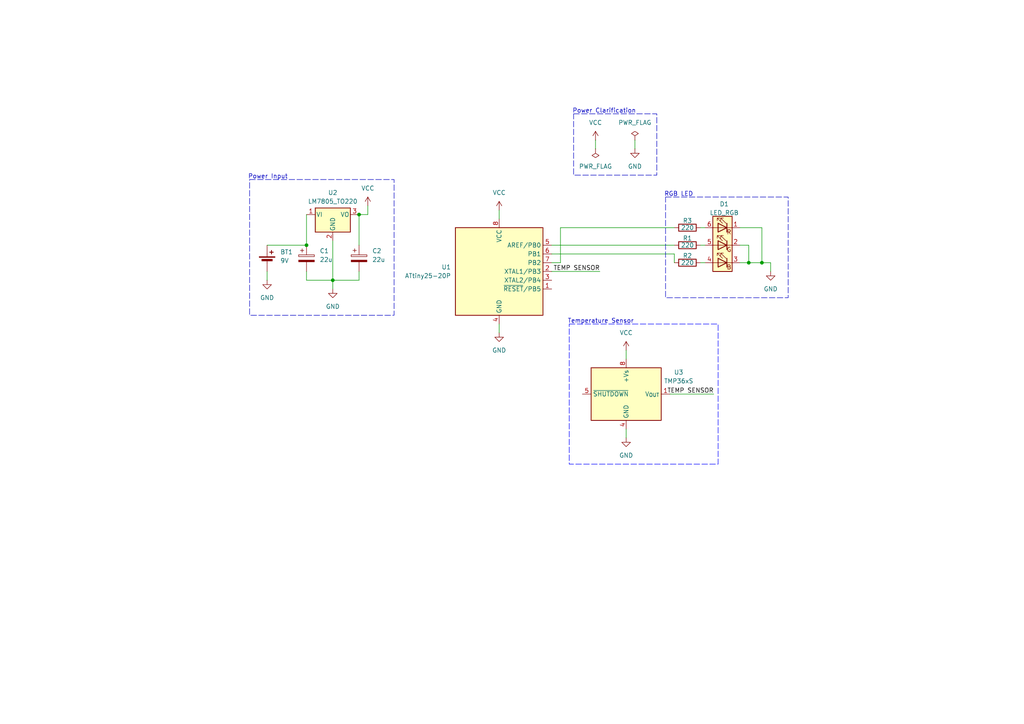
<source format=kicad_sch>
(kicad_sch (version 20231120) (generator "eeschema") (generator_version "8.0")
  (paper "A4")
  (lib_symbols
    (symbol "Device:Battery_Cell" (pin_numbers hide) (pin_names (offset 0) hide)
      (property "Reference" "BT" (at 2.54 2.54 0))
      (property "Value" "Battery_Cell" (at 2.54 0 0))
      (symbol "Battery_Cell_0_1"
        (rectangle (start -2.286 1.778) (end 2.286 1.524) (fill (type outline)))
        (rectangle (start -1.524 1.016) (end 1.524 0.508) (fill (type outline)))
        (polyline (pts (xy 0 0.762) (xy 0 0)))
        (polyline (pts (xy 0 1.778) (xy 0 2.54)))
        (polyline (pts (xy 0.762 3.048) (xy 1.778 3.048)) (stroke (width 0.254)))
        (polyline (pts (xy 1.27 3.556) (xy 1.27 2.54)) (stroke (width 0.254)))
      )
      (symbol "Battery_Cell_1_1"
        (pin passive line (at 0 5.08 270) (length 2.54) (name "+") (number "1"))
        (pin passive line (at 0 -2.54 90) (length 2.54) (name "-") (number "2"))
      )
    )
    (symbol "Device:C_Polarized" (pin_numbers hide) (pin_names (offset 0.254))
      (property "Reference" "C" (at 0.635 2.54 0))
      (property "Value" "C_Polarized" (at 0.635 -2.54 0))
      (symbol "C_Polarized_0_1"
        (rectangle (start -2.286 0.508) (end 2.286 1.016))
        (polyline (pts (xy -1.778 2.286) (xy -0.762 2.286)))
        (polyline (pts (xy -1.27 2.794) (xy -1.27 1.778)))
        (rectangle (start 2.286 -0.508) (end -2.286 -1.016) (fill (type outline)))
      )
      (symbol "C_Polarized_1_1"
        (pin passive line (at 0 3.81 270) (length 2.794) (name "~") (number "1"))
        (pin passive line (at 0 -3.81 90) (length 2.794) (name "~") (number "2"))
      )
    )
    (symbol "Device:LED_RGB" (pin_names (offset 0) hide)
      (property "Reference" "D" (at 0 9.398 0))
      (property "Value" "LED_RGB" (at 0 -8.89 0))
      (symbol "LED_RGB_0_0"
        (text "B" (at -1.905 -6.35 0) (effects (font (size 1.27 1.27))))
        (text "G" (at -1.905 -1.27 0) (effects (font (size 1.27 1.27))))
        (text "R" (at -1.905 3.81 0) (effects (font (size 1.27 1.27))))
      )
      (symbol "LED_RGB_0_1"
        (polyline (pts (xy -1.27 -5.08) (xy -2.54 -5.08)))
        (polyline (pts (xy -1.27 -5.08) (xy 1.27 -5.08)))
        (polyline (pts (xy -1.27 -3.81) (xy -1.27 -6.35)) (stroke (width 0.254)))
        (polyline (pts (xy -1.27 0) (xy -2.54 0)))
        (polyline (pts (xy -1.27 1.27) (xy -1.27 -1.27)) (stroke (width 0.254)))
        (polyline (pts (xy -1.27 5.08) (xy -2.54 5.08)))
        (polyline (pts (xy -1.27 5.08) (xy 1.27 5.08)))
        (polyline (pts (xy -1.27 6.35) (xy -1.27 3.81)) (stroke (width 0.254)))
        (polyline (pts (xy 1.27 -5.08) (xy 2.54 -5.08)))
        (polyline (pts (xy 1.27 0) (xy -1.27 0)))
        (polyline (pts (xy 1.27 0) (xy 2.54 0)))
        (polyline (pts (xy 1.27 5.08) (xy 2.54 5.08)))
        (polyline (pts (xy -1.27 1.27) (xy -1.27 -1.27) (xy -1.27 -1.27)))
        (polyline (pts (xy -1.27 6.35) (xy -1.27 3.81) (xy -1.27 3.81)))
        (polyline (pts (xy 1.27 -3.81) (xy 1.27 -6.35) (xy -1.27 -5.08) (xy 1.27 -3.81)) (stroke (width 0.254)))
        (polyline (pts (xy 1.27 1.27) (xy 1.27 -1.27) (xy -1.27 0) (xy 1.27 1.27)) (stroke (width 0.254)))
        (polyline (pts (xy 1.27 6.35) (xy 1.27 3.81) (xy -1.27 5.08) (xy 1.27 6.35)) (stroke (width 0.254)))
        (polyline (pts (xy -1.016 -3.81) (xy 0.508 -2.286) (xy -0.254 -2.286) (xy 0.508 -2.286) (xy 0.508 -3.048)))
        (polyline (pts (xy -1.016 1.27) (xy 0.508 2.794) (xy -0.254 2.794) (xy 0.508 2.794) (xy 0.508 2.032)))
        (polyline (pts (xy -1.016 6.35) (xy 0.508 7.874) (xy -0.254 7.874) (xy 0.508 7.874) (xy 0.508 7.112)))
        (polyline (pts (xy 0 -3.81) (xy 1.524 -2.286) (xy 0.762 -2.286) (xy 1.524 -2.286) (xy 1.524 -3.048)))
        (polyline (pts (xy 0 1.27) (xy 1.524 2.794) (xy 0.762 2.794) (xy 1.524 2.794) (xy 1.524 2.032)))
        (polyline (pts (xy 0 6.35) (xy 1.524 7.874) (xy 0.762 7.874) (xy 1.524 7.874) (xy 1.524 7.112)))
        (rectangle (start 1.27 -1.27) (end 1.27 1.27))
        (rectangle (start 1.27 1.27) (end 1.27 1.27))
        (rectangle (start 1.27 3.81) (end 1.27 6.35))
        (rectangle (start 1.27 6.35) (end 1.27 6.35))
        (rectangle (start 2.794 8.382) (end -2.794 -7.62) (stroke (width 0.254)) (fill (type background)))
      )
      (symbol "LED_RGB_1_1"
        (pin passive line (at -5.08 5.08 0) (length 2.54) (name "RK") (number "1"))
        (pin passive line (at -5.08 0 0) (length 2.54) (name "GK") (number "2"))
        (pin passive line (at -5.08 -5.08 0) (length 2.54) (name "BK") (number "3"))
        (pin passive line (at 5.08 -5.08 180) (length 2.54) (name "BA") (number "4"))
        (pin passive line (at 5.08 0 180) (length 2.54) (name "GA") (number "5"))
        (pin passive line (at 5.08 5.08 180) (length 2.54) (name "RA") (number "6"))
      )
    )
    (symbol "Device:R" (pin_numbers hide) (pin_names (offset 0))
      (property "Reference" "R" (at 2.032 0 90))
      (property "Value" "R" (at 0 0 90))
      (symbol "R_0_1"
        (rectangle (start -1.016 -2.54) (end 1.016 2.54) (stroke (width 0.254)))
      )
      (symbol "R_1_1"
        (pin passive line (at 0 3.81 270) (length 1.27) (name "~") (number "1"))
        (pin passive line (at 0 -3.81 90) (length 1.27) (name "~") (number "2"))
      )
    )
    (symbol "MCU_Microchip_ATtiny:ATtiny25-20P"
      (property "Reference" "U" (at -12.7 13.97 0))
      (property "Value" "ATtiny25-20P" (at 2.54 -13.97 0))
      (symbol "ATtiny25-20P_0_1"
        (rectangle (start -12.7 -12.7) (end 12.7 12.7) (stroke (width 0.254)) (fill (type background)))
      )
      (symbol "ATtiny25-20P_1_1"
        (pin bidirectional line (at 15.24 -5.08 180) (length 2.54) (name "~{RESET}/PB5") (number "1"))
        (pin bidirectional line (at 15.24 0 180) (length 2.54) (name "XTAL1/PB3") (number "2"))
        (pin bidirectional line (at 15.24 -2.54 180) (length 2.54) (name "XTAL2/PB4") (number "3"))
        (pin power_in line (at 0 -15.24 90) (length 2.54) (name "GND") (number "4"))
        (pin bidirectional line (at 15.24 7.62 180) (length 2.54) (name "AREF/PB0") (number "5"))
        (pin bidirectional line (at 15.24 5.08 180) (length 2.54) (name "PB1") (number "6"))
        (pin bidirectional line (at 15.24 2.54 180) (length 2.54) (name "PB2") (number "7"))
        (pin power_in line (at 0 15.24 270) (length 2.54) (name "VCC") (number "8"))
      )
    )
    (symbol "Regulator_Linear:LM7805_TO220" (pin_names (offset 0.254))
      (property "Reference" "U" (at -3.81 3.175 0))
      (property "Value" "LM7805_TO220" (at 0 3.175 0))
      (symbol "LM7805_TO220_0_1"
        (rectangle (start -5.08 1.905) (end 5.08 -5.08) (stroke (width 0.254)) (fill (type background)))
      )
      (symbol "LM7805_TO220_1_1"
        (pin power_in line (at -7.62 0 0) (length 2.54) (name "VI") (number "1"))
        (pin power_in line (at 0 -7.62 90) (length 2.54) (name "GND") (number "2"))
        (pin power_out line (at 7.62 0 180) (length 2.54) (name "VO") (number "3"))
      )
    )
    (symbol "Sensor_Temperature:TMP36xS"
      (property "Reference" "U" (at -8.89 8.89 0))
      (property "Value" "TMP36xS" (at 6.35 -8.89 0))
      (symbol "TMP36xS_0_1"
        (rectangle (start -10.16 7.62) (end 10.16 -7.62) (stroke (width 0.254)) (fill (type background)))
      )
      (symbol "TMP36xS_1_1"
        (pin output line (at 12.7 0 180) (length 2.54) (name "V_{OUT}") (number "1"))
        (pin power_in line (at 0 -10.16 90) (length 2.54) (name "GND") (number "4"))
        (pin input line (at -12.7 0 0) (length 2.54) (name "~{SHUTDOWN}") (number "5"))
        (pin power_in line (at 0 10.16 270) (length 2.54) (name "+Vs") (number "8"))
      )
    )
    (symbol "power:GND" (power) (pin_numbers hide) (pin_names (offset 0) hide)
      (property "Value" "GND" (at 0 -3.81 0))
      (symbol "GND_0_1"
        (polyline (pts (xy 0 0) (xy 0 -1.27) (xy 1.27 -1.27) (xy 0 -2.54) (xy -1.27 -1.27) (xy 0 -1.27)))
      )
      (symbol "GND_1_1"
        (pin power_in line (at 0 0 270) (length 0) (name "~") (number "1"))
      )
    )
    (symbol "power:PWR_FLAG" (power) (pin_numbers hide) (pin_names (offset 0) hide)
      (property "Value" "PWR_FLAG" (at 0 3.81 0))
      (symbol "PWR_FLAG_0_0"
        (pin power_out line (at 0 0 90) (length 0) (name "~") (number "1"))
      )
      (symbol "PWR_FLAG_0_1"
        (polyline (pts (xy 0 0) (xy 0 1.27) (xy -1.016 1.905) (xy 0 2.54) (xy 1.016 1.905) (xy 0 1.27)))
      )
    )
    (symbol "power:VCC" (power) (pin_numbers hide) (pin_names (offset 0) hide)
      (property "Value" "VCC" (at 0 3.556 0))
      (symbol "VCC_0_1"
        (polyline (pts (xy -0.762 1.27) (xy 0 2.54)))
        (polyline (pts (xy 0 0) (xy 0 2.54)))
        (polyline (pts (xy 0 2.54) (xy 0.762 1.27)))
      )
      (symbol "VCC_1_1"
        (pin power_in line (at 0 0 90) (length 0) (name "~") (number "1"))
      )
    )
  )
  (junction (at 104.14 62.23))
  (junction (at 88.9 71.12))
  (junction (at 220.98 76.2))
  (junction (at 96.52 81.28))
  (junction (at 217.17 76.2))
  (wire (pts (xy 214.63 66.04) (xy 220.98 66.04)))
  (wire (pts (xy 223.52 76.2) (xy 223.52 78.74)))
  (wire (pts (xy 181.61 101.6) (xy 181.61 104.14)))
  (wire (pts (xy 96.52 69.85) (xy 96.52 81.28)))
  (wire (pts (xy 220.98 66.04) (xy 220.98 76.2)))
  (wire (pts (xy 160.02 76.2) (xy 162.56 76.2)))
  (wire (pts (xy 144.78 93.98) (xy 144.78 96.52)))
  (wire (pts (xy 214.63 71.12) (xy 217.17 71.12)))
  (wire (pts (xy 172.72 40.64) (xy 172.72 43.18)))
  (wire (pts (xy 203.2 76.2) (xy 204.47 76.2)))
  (wire (pts (xy 106.68 62.23) (xy 104.14 62.23)))
  (wire (pts (xy 217.17 76.2) (xy 220.98 76.2)))
  (wire (pts (xy 104.14 62.23) (xy 104.14 71.12)))
  (wire (pts (xy 162.56 76.2) (xy 162.56 66.04)))
  (wire (pts (xy 162.56 66.04) (xy 195.58 66.04)))
  (wire (pts (xy 88.9 81.28) (xy 96.52 81.28)))
  (wire (pts (xy 217.17 71.12) (xy 217.17 76.2)))
  (wire (pts (xy 77.47 71.12) (xy 88.9 71.12)))
  (wire (pts (xy 160.02 78.74) (xy 173.99 78.74)))
  (wire (pts (xy 220.98 76.2) (xy 223.52 76.2)))
  (wire (pts (xy 88.9 62.23) (xy 88.9 71.12)))
  (wire (pts (xy 214.63 76.2) (xy 217.17 76.2)))
  (wire (pts (xy 195.58 73.66) (xy 195.58 76.2)))
  (wire (pts (xy 144.78 60.96) (xy 144.78 63.5)))
  (wire (pts (xy 104.14 81.28) (xy 96.52 81.28)))
  (wire (pts (xy 160.02 71.12) (xy 195.58 71.12)))
  (wire (pts (xy 88.9 78.74) (xy 88.9 81.28)))
  (wire (pts (xy 104.14 78.74) (xy 104.14 81.28)))
  (wire (pts (xy 184.15 40.64) (xy 184.15 43.18)))
  (wire (pts (xy 194.31 114.3) (xy 207.01 114.3)))
  (wire (pts (xy 203.2 71.12) (xy 204.47 71.12)))
  (wire (pts (xy 77.47 78.74) (xy 77.47 81.28)))
  (wire (pts (xy 181.61 124.46) (xy 181.61 127)))
  (wire (pts (xy 106.68 59.69) (xy 106.68 62.23)))
  (wire (pts (xy 96.52 81.28) (xy 96.52 83.82)))
  (wire (pts (xy 160.02 73.66) (xy 195.58 73.66)))
  (wire (pts (xy 203.2 66.04) (xy 204.47 66.04)))
  (rectangle (start 72.39 52.07) (end 114.3 91.44) (stroke (width 0) (type dash) (color 0 0 194 1)))
  (rectangle (start 193.04 57.15) (end 228.6 86.36) (stroke (width 0) (type dash)))
  (rectangle (start 165.1 93.98) (end 208.28 134.62) (stroke (width 0) (type dash) (color 0 0 255 1)))
  (rectangle (start 166.37 33.02) (end 190.5 50.8) (stroke (width 0) (type dash)))
  (text "Power Clarification" (at 175.26 32.258 0) (effects (font (size 1.27 1.27))))
  (text "Temperature Sensor\n" (at 174.244 93.218 0) (effects (font (size 1.27 1.27))))
  (text "RGB LED" (at 196.85 56.388 0) (effects (font (size 1.27 1.27))))
  (text "Power Input" (at 77.724 51.308 0) (effects (font (size 1.27 1.27))))
  (label "TEMP SENSOR" (at 173.99 78.74 180))
  (label "TEMP SENSOR" (at 207.01 114.3 180))
  (symbol (lib_id "power:GND") (at 181.61 127 0) (unit 1)
    (property "Reference" "#PWR010" (effects (hide yes)))
    (property "Value" "GND" (at 181.61 132.08 0))
    (property "Description" "Power symbol creates a global label with name \"GND\" , ground" (effects (hide yes)))
  )
  (symbol (lib_id "Device:C_Polarized") (at 88.9 74.93 0) (unit 1)
    (property "Reference" "C1" (at 92.71 72.7709 0) (effects (justify left)))
    (property "Value" "22u" (at 92.71 75.3109 0) (effects (justify left)))
    (property "Footprint" "Capacitor_THT:C_Radial_D6.3mm_H5.0mm_P2.50mm" (effects (hide yes)))
    (property "Description" "Polarized capacitor" (effects (hide yes)))
  )
  (symbol (lib_id "power:VCC") (at 106.68 59.69 0) (unit 1)
    (property "Reference" "#PWR05" (effects (hide yes)))
    (property "Value" "VCC" (at 106.68 54.61 0))
    (property "Description" "Power symbol creates a global label with name \"VCC\"" (effects (hide yes)))
  )
  (symbol (lib_id "Device:LED_RGB") (at 209.55 71.12 0) (mirror y) (unit 1)
    (property "Reference" "D1" (at 210.058 59.182 0))
    (property "Value" "LED_RGB" (at 210.058 61.722 0))
    (property "Footprint" "LED_THT:LED_D5.0mm-4_RGB_Wide_Pins" (effects (hide yes)))
    (property "Description" "RGB LED, 6 pin package" (effects (hide yes)))
  )
  (symbol (lib_id "power:PWR_FLAG") (at 172.72 43.18 180) (unit 1)
    (property "Reference" "#FLG01" (effects (hide yes)))
    (property "Value" "PWR_FLAG" (at 172.72 48.26 0))
    (property "Description" "Special symbol for telling ERC where power comes from" (effects (hide yes)))
  )
  (symbol (lib_id "Device:C_Polarized") (at 104.14 74.93 0) (unit 1)
    (property "Reference" "C2" (at 107.95 72.7709 0) (effects (justify left)))
    (property "Value" "22u" (at 107.95 75.3109 0) (effects (justify left)))
    (property "Footprint" "Capacitor_THT:C_Radial_D6.3mm_H5.0mm_P2.50mm" (effects (hide yes)))
    (property "Description" "Polarized capacitor" (effects (hide yes)))
  )
  (symbol (lib_id "power:GND") (at 223.52 78.74 0) (unit 1)
    (property "Reference" "#PWR012" (effects (hide yes)))
    (property "Value" "GND" (at 223.52 83.82 0))
    (property "Description" "Power symbol creates a global label with name \"GND\" , ground" (effects (hide yes)))
  )
  (symbol (lib_id "power:GND") (at 77.47 81.28 0) (unit 1)
    (property "Reference" "#PWR06" (effects (hide yes)))
    (property "Value" "GND" (at 77.47 86.36 0))
    (property "Description" "Power symbol creates a global label with name \"GND\" , ground" (effects (hide yes)))
  )
  (symbol (lib_id "power:GND") (at 96.52 83.82 0) (unit 1)
    (property "Reference" "#PWR04" (effects (hide yes)))
    (property "Value" "GND" (at 96.52 88.9 0))
    (property "Description" "Power symbol creates a global label with name \"GND\" , ground" (effects (hide yes)))
  )
  (symbol (lib_id "Device:Battery_Cell") (at 77.47 76.2 0) (unit 1)
    (property "Reference" "BT1" (at 81.28 73.0884 0) (effects (justify left)))
    (property "Value" "9V" (at 81.28 75.6284 0) (effects (justify left)))
    (property "Footprint" "Battery:BatteryHolder_MPD_BA9VPC_1xPP3" (effects (hide yes)))
    (property "Description" "Single-cell battery" (effects (hide yes)))
  )
  (symbol (lib_id "power:VCC") (at 144.78 60.96 0) (unit 1)
    (property "Reference" "#PWR07" (effects (hide yes)))
    (property "Value" "VCC" (at 144.78 55.88 0))
    (property "Description" "Power symbol creates a global label with name \"VCC\"" (effects (hide yes)))
  )
  (symbol (lib_id "power:GND") (at 184.15 43.18 0) (unit 1)
    (property "Reference" "#PWR02" (effects (hide yes)))
    (property "Value" "GND" (at 184.15 48.26 0))
    (property "Description" "Power symbol creates a global label with name \"GND\" , ground" (effects (hide yes)))
  )
  (symbol (lib_id "MCU_Microchip_ATtiny:ATtiny25-20P") (at 144.78 78.74 0) (unit 1)
    (property "Reference" "U1" (at 130.81 77.4699 0) (effects (justify right)))
    (property "Value" "ATtiny25-20P" (at 130.81 80.0099 0) (effects (justify right)))
    (property "Footprint" "Package_DIP:DIP-8_W7.62mm" (effects (hide yes)))
    (property "Datasheet" "http://ww1.microchip.com/downloads/en/DeviceDoc/atmel-2586-avr-8-bit-microcontroller-attiny25-attiny45-attiny85_datasheet.pdf" (effects (hide yes)))
    (property "Description" "20MHz, 2kB Flash, 128B SRAM, 128B EEPROM, debugWIRE, DIP-8" (effects (hide yes)))
  )
  (symbol (lib_id "power:VCC") (at 172.72 40.64 0) (unit 1)
    (property "Reference" "#PWR01" (effects (hide yes)))
    (property "Value" "VCC" (at 172.72 35.56 0))
    (property "Description" "Power symbol creates a global label with name \"VCC\"" (effects (hide yes)))
  )
  (symbol (lib_id "Regulator_Linear:LM7805_TO220") (at 96.52 62.23 0) (unit 1)
    (property "Reference" "U2" (at 96.52 55.88 0))
    (property "Value" "LM7805_TO220" (at 96.52 58.42 0))
    (property "Footprint" "Package_TO_SOT_THT:TO-220-3_Vertical" (effects (hide yes)))
    (property "Datasheet" "https://www.onsemi.cn/PowerSolutions/document/MC7800-D.PDF" (effects (hide yes)))
    (property "Description" "Positive 1A 35V Linear Regulator, Fixed Output 5V, TO-220" (effects (hide yes)))
  )
  (symbol (lib_id "power:PWR_FLAG") (at 184.15 40.64 0) (unit 1)
    (property "Reference" "#FLG02" (effects (hide yes)))
    (property "Value" "PWR_FLAG" (at 184.15 35.56 0))
    (property "Description" "Special symbol for telling ERC where power comes from" (effects (hide yes)))
  )
  (symbol (lib_id "Device:R") (at 199.39 76.2 90) (unit 1)
    (property "Reference" "R2" (at 199.39 74.168 90))
    (property "Value" "220" (at 199.39 76.2 90))
    (property "Footprint" "Resistor_THT:R_Axial_DIN0207_L6.3mm_D2.5mm_P10.16mm_Horizontal" (effects (hide yes)))
    (property "Description" "Resistor" (effects (hide yes)))
  )
  (symbol (lib_id "Device:R") (at 199.39 71.12 90) (unit 1)
    (property "Reference" "R1" (at 199.39 69.088 90))
    (property "Value" "220" (at 199.39 71.12 90))
    (property "Footprint" "Resistor_THT:R_Axial_DIN0207_L6.3mm_D2.5mm_P10.16mm_Horizontal" (effects (hide yes)))
    (property "Description" "Resistor" (effects (hide yes)))
  )
  (symbol (lib_id "power:GND") (at 144.78 96.52 0) (unit 1)
    (property "Reference" "#PWR08" (effects (hide yes)))
    (property "Value" "GND" (at 144.78 101.6 0))
    (property "Description" "Power symbol creates a global label with name \"GND\" , ground" (effects (hide yes)))
  )
  (symbol (lib_id "Sensor_Temperature:TMP36xS") (at 181.61 114.3 0) (unit 1)
    (property "Reference" "U3" (at 196.85 107.9814 0))
    (property "Value" "TMP36xS" (at 196.85 110.5214 0))
    (property "Footprint" "Package_SO:SOIC-8_3.9x4.9mm_P1.27mm" (effects (hide yes)))
    (property "Datasheet" "https://www.analog.com/media/en/technical-documentation/data-sheets/TMP35_36_37.pdf" (effects (hide yes)))
    (property "Description" "Low Voltage Temperature Sensor, SOIC-8" (effects (hide yes)))
  )
  (symbol (lib_id "Device:R") (at 199.39 66.04 90) (unit 1)
    (property "Reference" "R3" (at 199.39 64.008 90))
    (property "Value" "220" (at 199.39 66.04 90))
    (property "Footprint" "Resistor_THT:R_Axial_DIN0207_L6.3mm_D2.5mm_P10.16mm_Horizontal" (effects (hide yes)))
    (property "Description" "Resistor" (effects (hide yes)))
  )
  (symbol (lib_id "power:VCC") (at 181.61 101.6 0) (unit 1)
    (property "Reference" "#PWR09" (effects (hide yes)))
    (property "Value" "VCC" (at 181.61 96.52 0))
    (property "Description" "Power symbol creates a global label with name \"VCC\"" (effects (hide yes)))
  )
)
</source>
